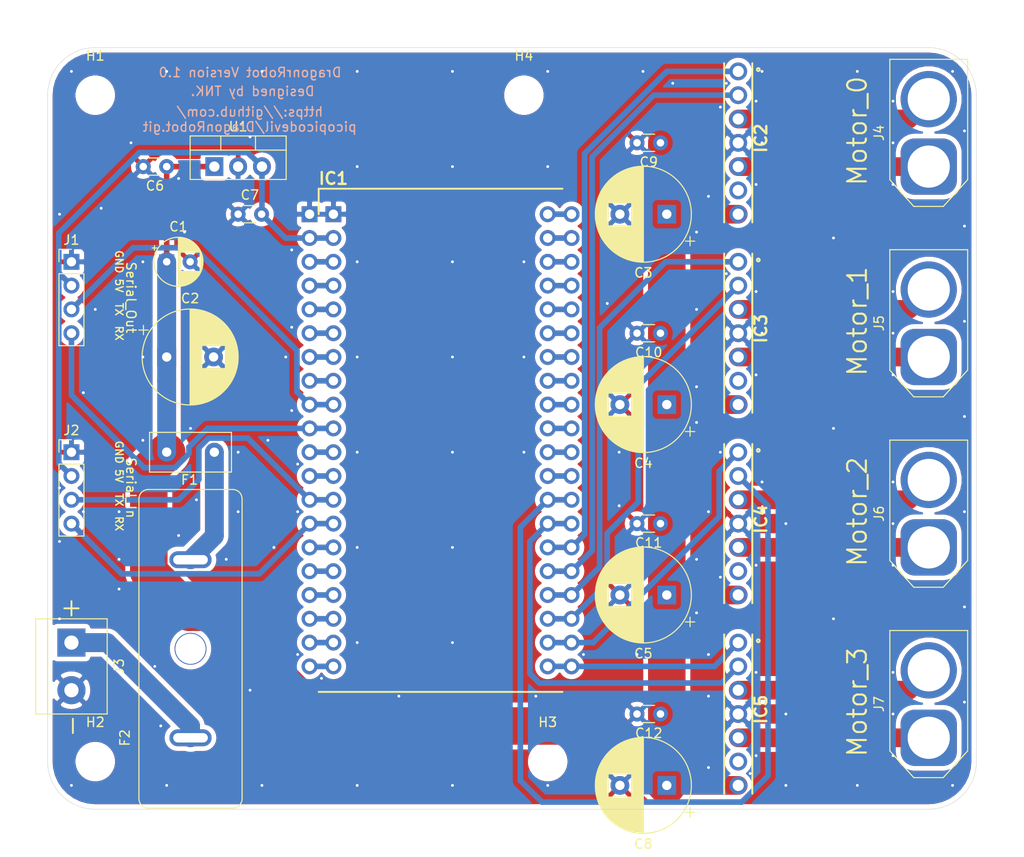
<source format=kicad_pcb>
(kicad_pcb (version 20171130) (host pcbnew "(5.1.6)-1")
  (layers (0 F.Cu signal) (31 B.Cu signal) (34 B.Paste user) (35 F.Paste user) (36 B.SilkS user) (37 F.SilkS user) (38 B.Mask user) (39 F.Mask user) (44 Edge.Cuts user))
  (net 0 "")
  (net 1 GND)
  (net 2 "Net-(F1-Pad1)")
  (net 3 "Net-(F2-Pad1)")
  (net 4 +BATT)
  (net 5 +5V)
  (net 6 "Net-(IC1-Pad40)")
  (net 7 "Net-(IC1-Pad39)")
  (net 8 "Net-(IC1-Pad38)")
  (net 9 "Net-(IC1-Pad37)")
  (net 10 "Net-(IC1-Pad36)")
  (net 11 "Net-(IC1-Pad35)")
  (net 12 "Net-(IC1-Pad34)")
  (net 13 "Net-(IC1-Pad33)")
  (net 14 "Net-(IC1-Pad32)")
  (net 15 "Net-(IC1-Pad31)")
  (net 16 "Net-(IC1-Pad30)")
  (net 17 "Net-(IC1-Pad29)")
  (net 18 /TX_2)
  (net 19 /RX_2)
  (net 20 "Net-(IC1-Pad26)")
  (net 21 "Net-(IC1-Pad25)")
  (net 22 "Net-(IC1-Pad24)")
  (net 23 "Net-(IC1-Pad23)")
  (net 24 "Net-(IC1-Pad22)")
  (net 25 "Net-(IC1-Pad21)")
  (net 26 "Net-(IC1-Pad20)")
  (net 27 "Net-(IC1-Pad19)")
  (net 28 "Net-(IC1-Pad18)")
  (net 29 "Net-(IC1-Pad17)")
  (net 30 "Net-(IC1-Pad16)")
  (net 31 "Net-(IC1-Pad15)")
  (net 32 "Net-(IC1-Pad12)")
  (net 33 "Net-(IC1-Pad11)")
  (net 34 /RX_1)
  (net 35 /TX_1)
  (net 36 "Net-(IC1-Pad8)")
  (net 37 "Net-(IC1-Pad7)")
  (net 38 "Net-(IC1-Pad6)")
  (net 39 "Net-(IC1-Pad5)")
  (net 40 "Net-(IC1-Pad4)")
  (net 41 "Net-(IC1-Pad3)")
  (net 42 "Net-(IC2-Pad6)")
  (net 43 "Net-(IC2-Pad5)")
  (net 44 "Net-(IC2-Pad3)")
  (net 45 "Net-(IC3-Pad6)")
  (net 46 "Net-(IC3-Pad5)")
  (net 47 "Net-(IC3-Pad3)")
  (net 48 "Net-(IC4-Pad6)")
  (net 49 "Net-(IC4-Pad5)")
  (net 50 "Net-(IC4-Pad3)")
  (net 51 "Net-(IC5-Pad6)")
  (net 52 "Net-(IC5-Pad5)")
  (net 53 "Net-(IC5-Pad3)")
  (net 54 "Net-(IC1-Pad28)")
  (net 55 "Net-(IC1-Pad27)")
  (module Capacitor_THT:CP_Radial_D10.0mm_P5.00mm (layer F.Cu) (at 185.42 137.16 180)
    (fp_text reference C8 (at 2.5 -6.25) (layer F.SilkS))
    (fp_text value 1000u)
    (pad 2 thru_hole circle (at 5 0 180) (size 2 2) (drill 1) (layers *.Cu *.Mask) (net 1 GND))
    (pad 1 thru_hole rect (at 0 0 180) (size 2 2) (drill 1) (layers *.Cu *.Mask) (net 4 +BATT))
  )
  (module Capacitor_THT:CP_Radial_D10.0mm_P5.00mm (layer F.Cu) (at 185.42 116.84 180)
    (fp_text reference C5 (at 2.5 -6.25) (layer F.SilkS))
    (fp_text value 1000u)
    (pad 2 thru_hole circle (at 5 0 180) (size 2 2) (drill 1) (layers *.Cu *.Mask) (net 1 GND))
    (pad 1 thru_hole rect (at 0 0 180) (size 2 2) (drill 1) (layers *.Cu *.Mask) (net 4 +BATT))
  )
  (module Capacitor_THT:CP_Radial_D10.0mm_P5.00mm (layer F.Cu) (at 185.42 96.52 180)
    (fp_text reference C4 (at 2.5 -6.25) (layer F.SilkS))
    (fp_text value 1000u)
    (pad 2 thru_hole circle (at 5 0 180) (size 2 2) (drill 1) (layers *.Cu *.Mask) (net 1 GND))
    (pad 1 thru_hole rect (at 0 0 180) (size 2 2) (drill 1) (layers *.Cu *.Mask) (net 4 +BATT))
  )
  (module Capacitor_THT:CP_Radial_D10.0mm_P5.00mm (layer F.Cu) (at 185.42 76.2 180)
    (fp_text reference C3 (at 2.5 -6.25) (layer F.SilkS))
    (fp_text value 1000u)
    (pad 2 thru_hole circle (at 5 0 180) (size 2 2) (drill 1) (layers *.Cu *.Mask) (net 1 GND))
    (pad 1 thru_hole rect (at 0 0 180) (size 2 2) (drill 1) (layers *.Cu *.Mask) (net 4 +BATT))
  )
  (module Capacitor_THT:CP_Radial_D5.0mm_P2.50mm (layer F.Cu) (at 132.08 81.28)
    (fp_text reference C1 (at 1.25 -3.75) (layer F.SilkS))
    (fp_text value 47u)
    (pad 2 thru_hole circle (at 2.5 0) (size 1.6 1.6) (drill 0.8) (layers *.Cu *.Mask) (net 1 GND))
    (pad 1 thru_hole rect (at 0 0) (size 1.6 1.6) (drill 0.8) (layers *.Cu *.Mask) (net 4 +BATT))
  )
  (module Capacitor_THT:C_Disc_D3.0mm_W1.6mm_P2.50mm (layer F.Cu) (at 184.745 129.54 180)
    (fp_text reference C12 (at 1.25 -2.05) (layer F.SilkS))
    (fp_text value 10u)
    (pad 2 thru_hole circle (at 2.5 0 180) (size 1.6 1.6) (drill 0.8) (layers *.Cu *.Mask) (net 1 GND))
    (pad 1 thru_hole circle (at 0 0 180) (size 1.6 1.6) (drill 0.8) (layers *.Cu *.Mask) (net 4 +BATT))
  )
  (module Capacitor_THT:C_Disc_D3.0mm_W1.6mm_P2.50mm (layer F.Cu) (at 184.745 109.22 180)
    (fp_text reference C11 (at 1.25 -2.05) (layer F.SilkS))
    (fp_text value 10u)
    (pad 2 thru_hole circle (at 2.5 0 180) (size 1.6 1.6) (drill 0.8) (layers *.Cu *.Mask) (net 1 GND))
    (pad 1 thru_hole circle (at 0 0 180) (size 1.6 1.6) (drill 0.8) (layers *.Cu *.Mask) (net 4 +BATT))
  )
  (module Capacitor_THT:C_Disc_D3.0mm_W1.6mm_P2.50mm (layer F.Cu) (at 184.745 88.9 180)
    (fp_text reference C10 (at 1.25 -2.05) (layer F.SilkS))
    (fp_text value 10u)
    (pad 2 thru_hole circle (at 2.5 0 180) (size 1.6 1.6) (drill 0.8) (layers *.Cu *.Mask) (net 1 GND))
    (pad 1 thru_hole circle (at 0 0 180) (size 1.6 1.6) (drill 0.8) (layers *.Cu *.Mask) (net 4 +BATT))
  )
  (module Capacitor_THT:C_Disc_D3.0mm_W1.6mm_P2.50mm (layer F.Cu) (at 184.745 68.58 180)
    (fp_text reference C9 (at 1.25 -2.05) (layer F.SilkS))
    (fp_text value 10u)
    (pad 2 thru_hole circle (at 2.5 0 180) (size 1.6 1.6) (drill 0.8) (layers *.Cu *.Mask) (net 1 GND))
    (pad 1 thru_hole circle (at 0 0 180) (size 1.6 1.6) (drill 0.8) (layers *.Cu *.Mask) (net 4 +BATT))
  )
  (module Capacitor_THT:CP_Radial_D10.0mm_P5.00mm (layer F.Cu) (at 132.08 91.44)
    (fp_text reference C2 (at 2.5 -6.25) (layer F.SilkS))
    (fp_text value 1000u)
    (pad 2 thru_hole circle (at 5 0) (size 2 2) (drill 1) (layers *.Cu *.Mask) (net 1 GND))
    (pad 1 thru_hole rect (at 0 0) (size 2 2) (drill 1) (layers *.Cu *.Mask) (net 4 +BATT))
  )
  (module Connector_AMASS:AMASS_XT60-M_1x02_P7.20mm_Vertical (layer F.Cu) (at 213.36 132.08 90)
    (fp_text reference J7 (at 3.6 -5.3 270) (layer F.SilkS))
    (fp_text value Screw_Terminal_01x02)
    (pad 1 thru_hole roundrect (at 0 0 90) (size 6 6) (drill 4.5) (layers *.Cu *.Mask) (net 52 "Net-(IC5-Pad5)"))
    (pad 2 thru_hole circle (at 7.2 0 90) (size 6 6) (drill 4.5) (layers *.Cu *.Mask) (net 53 "Net-(IC5-Pad3)"))
  )
  (module Connector_AMASS:AMASS_XT60-M_1x02_P7.20mm_Vertical (layer F.Cu) (at 213.36 111.76 90)
    (fp_text reference J6 (at 3.6 -5.3 270) (layer F.SilkS))
    (fp_text value Screw_Terminal_01x02)
    (pad 1 thru_hole roundrect (at 0 0 90) (size 6 6) (drill 4.5) (layers *.Cu *.Mask) (net 49 "Net-(IC4-Pad5)"))
    (pad 2 thru_hole circle (at 7.2 0 90) (size 6 6) (drill 4.5) (layers *.Cu *.Mask) (net 50 "Net-(IC4-Pad3)"))
  )
  (module Connector_AMASS:AMASS_XT60-M_1x02_P7.20mm_Vertical (layer F.Cu) (at 213.36 91.44 90)
    (fp_text reference J5 (at 3.6 -5.3 270) (layer F.SilkS))
    (fp_text value Screw_Terminal_01x02)
    (pad 1 thru_hole roundrect (at 0 0 90) (size 6 6) (drill 4.5) (layers *.Cu *.Mask) (net 46 "Net-(IC3-Pad5)"))
    (pad 2 thru_hole circle (at 7.2 0 90) (size 6 6) (drill 4.5) (layers *.Cu *.Mask) (net 47 "Net-(IC3-Pad3)"))
  )
  (module Connector_AMASS:AMASS_XT60-M_1x02_P7.20mm_Vertical (layer F.Cu) (at 213.36 71.12 90)
    (fp_text reference J4 (at 3.6 -5.3 270) (layer F.SilkS))
    (fp_text value Screw_Terminal_01x02)
    (pad 1 thru_hole roundrect (at 0 0 90) (size 6 6) (drill 4.5) (layers *.Cu *.Mask) (net 43 "Net-(IC2-Pad5)"))
    (pad 2 thru_hole circle (at 7.2 0 90) (size 6 6) (drill 4.5) (layers *.Cu *.Mask) (net 44 "Net-(IC2-Pad3)"))
  )
  (module Package_TO_SOT_THT:TO-220-3_Vertical (layer F.Cu) (at 137.16 71.12)
    (fp_text reference U1 (at 2.54 -4.27) (layer F.SilkS))
    (fp_text value L7805)
    (pad 3 thru_hole oval (at 5.08 0) (size 1.905 2) (drill 1.1) (layers *.Cu *.Mask) (net 5 +5V))
    (pad 2 thru_hole oval (at 2.54 0) (size 1.905 2) (drill 1.1) (layers *.Cu *.Mask) (net 1 GND))
    (pad 1 thru_hole rect (at 0 0) (size 1.905 2) (drill 1.1) (layers *.Cu *.Mask) (net 4 +BATT))
  )
  (module Capacitor_THT:C_Disc_D3.0mm_W1.6mm_P2.50mm (layer F.Cu) (at 139.7 76.2)
    (fp_text reference C7 (at 1.25 -2.05) (layer F.SilkS))
    (fp_text value 0.1u)
    (pad 2 thru_hole circle (at 2.5 0) (size 1.6 1.6) (drill 0.8) (layers *.Cu *.Mask) (net 5 +5V))
    (pad 1 thru_hole circle (at 0 0) (size 1.6 1.6) (drill 0.8) (layers *.Cu *.Mask) (net 1 GND))
  )
  (module Capacitor_THT:C_Disc_D3.0mm_W1.6mm_P2.50mm (layer F.Cu) (at 132.08 71.12 180)
    (fp_text reference C6 (at 1.25 -2.05) (layer F.SilkS))
    (fp_text value 0.33u)
    (pad 2 thru_hole circle (at 2.5 0 180) (size 1.6 1.6) (drill 0.8) (layers *.Cu *.Mask) (net 1 GND))
    (pad 1 thru_hole circle (at 0 0 180) (size 1.6 1.6) (drill 0.8) (layers *.Cu *.Mask) (net 4 +BATT))
  )
  (module MountingHole:MountingHole_3.2mm_M3 (layer F.Cu) (at 170.18 63.5)
    (fp_text reference H4 (at 0 -4.2) (layer F.SilkS))
    (fp_text value MountingHole)
    (pad 1 np_thru_hole circle (at 0 0) (size 3.2 3.2) (drill 3.2) (layers *.Cu *.Mask))
  )
  (module MountingHole:MountingHole_3.2mm_M3 (layer F.Cu) (at 172.72 134.62)
    (fp_text reference H3 (at 0 -4.2) (layer F.SilkS))
    (fp_text value MountingHole)
    (pad 1 np_thru_hole circle (at 0 0) (size 3.2 3.2) (drill 3.2) (layers *.Cu *.Mask))
  )
  (module MountingHole:MountingHole_3.2mm_M3 (layer F.Cu) (at 124.46 134.62)
    (fp_text reference H2 (at 0 -4.2) (layer F.SilkS))
    (fp_text value MountingHole)
    (pad 1 np_thru_hole circle (at 0 0) (size 3.2 3.2) (drill 3.2) (layers *.Cu *.Mask))
  )
  (module MountingHole:MountingHole_3.2mm_M3 (layer F.Cu) (at 124.46 63.5)
    (fp_text reference H1 (at 0 -4.2) (layer F.SilkS))
    (fp_text value MountingHole)
    (pad 1 np_thru_hole circle (at 0 0) (size 3.2 3.2) (drill 3.2) (layers *.Cu *.Mask))
  )
  (module Connector_PinHeader_2.54mm:PinHeader_1x04_P2.54mm_Vertical (layer F.Cu) (at 121.92 101.6)
    (fp_text reference J2 (at 0 -2.33) (layer F.SilkS))
    (fp_text value RN4020)
    (pad 4 thru_hole oval (at 0 7.62) (size 1.7 1.7) (drill 1) (layers *.Cu *.Mask) (net 19 /RX_2))
    (pad 3 thru_hole oval (at 0 5.08) (size 1.7 1.7) (drill 1) (layers *.Cu *.Mask) (net 18 /TX_2))
    (pad 2 thru_hole oval (at 0 2.54) (size 1.7 1.7) (drill 1) (layers *.Cu *.Mask) (net 5 +5V))
    (pad 1 thru_hole rect (at 0 0) (size 1.7 1.7) (drill 1) (layers *.Cu *.Mask) (net 1 GND))
  )
  (module Connector_PinHeader_2.54mm:PinHeader_1x04_P2.54mm_Vertical (layer F.Cu) (at 121.92 81.28)
    (fp_text reference J1 (at 0 -2.33) (layer F.SilkS))
    (fp_text value RN4020)
    (pad 4 thru_hole oval (at 0 7.62) (size 1.7 1.7) (drill 1) (layers *.Cu *.Mask) (net 34 /RX_1))
    (pad 3 thru_hole oval (at 0 5.08) (size 1.7 1.7) (drill 1) (layers *.Cu *.Mask) (net 35 /TX_1))
    (pad 2 thru_hole oval (at 0 2.54) (size 1.7 1.7) (drill 1) (layers *.Cu *.Mask) (net 5 +5V))
    (pad 1 thru_hole rect (at 0 0) (size 1.7 1.7) (drill 1) (layers *.Cu *.Mask) (net 1 GND))
  )
  (module SamcSys_Parts:MF505 (layer F.Cu) (at 134.62 132.08 90)
    (fp_text reference F2 (at 0 -7 90) (layer F.SilkS))
    (fp_text value Fuse)
    (pad "" np_thru_hole circle (at 9.5 0 90) (size 3.4 3.4) (drill 3.2) (layers *.Cu *.Mask))
    (pad 2 thru_hole oval (at 19 0 90) (size 1.8 4.5) (drill oval 1 3.7) (layers *.Cu *.Mask) (net 2 "Net-(F1-Pad1)"))
    (pad 1 thru_hole oval (at 0 0 90) (size 1.8 4.5) (drill oval 1 3.7) (layers *.Cu *.Mask) (net 3 "Net-(F2-Pad1)"))
  )
  (module SamcSys_Parts:HSIP7-P-2.54A (layer F.Cu) (at 193.04 129.54 270)
    (fp_text reference IC5 (at -0.489 -2.416 90) (layer F.SilkS) (effects (font (size 1.27 1.27) (thickness 0.254))))
    (fp_text value TB6643KQ,8 hide)
    (pad 7 thru_hole circle (at 7.62 0 270) (size 1.9 1.9) (drill 1.19) (layers *.Cu *.Mask) (net 4 +BATT))
    (pad 6 thru_hole circle (at 5.08 0 270) (size 1.9 1.9) (drill 1.19) (layers *.Cu *.Mask) (net 51 "Net-(IC5-Pad6)"))
    (pad 5 thru_hole circle (at 2.54 0 270) (size 1.9 1.9) (drill 1.19) (layers *.Cu *.Mask) (net 52 "Net-(IC5-Pad5)"))
    (pad 4 thru_hole circle (at 0 0 270) (size 1.9 1.9) (drill 1.19) (layers *.Cu *.Mask) (net 1 GND))
    (pad 3 thru_hole circle (at -2.54 0 270) (size 1.9 1.9) (drill 1.19) (layers *.Cu *.Mask) (net 53 "Net-(IC5-Pad3)"))
    (pad 2 thru_hole circle (at -5.08 0 270) (size 1.9 1.9) (drill 1.19) (layers *.Cu *.Mask) (net 55 "Net-(IC1-Pad27)"))
    (pad 1 thru_hole circle (at -7.62 0 270) (size 1.9 1.9) (drill 1.19) (layers *.Cu *.Mask) (net 25 "Net-(IC1-Pad21)"))
  )
  (module SamcSys_Parts:HSIP7-P-2.54A (layer F.Cu) (at 193.04 109.22 270)
    (fp_text reference IC4 (at -0.489 -2.416 90) (layer F.SilkS) (effects (font (size 1.27 1.27) (thickness 0.254))))
    (fp_text value TB6643KQ,8 hide)
    (pad 7 thru_hole circle (at 7.62 0 270) (size 1.9 1.9) (drill 1.19) (layers *.Cu *.Mask) (net 4 +BATT))
    (pad 6 thru_hole circle (at 5.08 0 270) (size 1.9 1.9) (drill 1.19) (layers *.Cu *.Mask) (net 48 "Net-(IC4-Pad6)"))
    (pad 5 thru_hole circle (at 2.54 0 270) (size 1.9 1.9) (drill 1.19) (layers *.Cu *.Mask) (net 49 "Net-(IC4-Pad5)"))
    (pad 4 thru_hole circle (at 0 0 270) (size 1.9 1.9) (drill 1.19) (layers *.Cu *.Mask) (net 1 GND))
    (pad 3 thru_hole circle (at -2.54 0 270) (size 1.9 1.9) (drill 1.19) (layers *.Cu *.Mask) (net 50 "Net-(IC4-Pad3)"))
    (pad 2 thru_hole circle (at -5.08 0 270) (size 1.9 1.9) (drill 1.19) (layers *.Cu *.Mask) (net 54 "Net-(IC1-Pad28)"))
    (pad 1 thru_hole circle (at -7.62 0 270) (size 1.9 1.9) (drill 1.19) (layers *.Cu *.Mask) (net 24 "Net-(IC1-Pad22)"))
  )
  (module SamcSys_Parts:HSIP7-P-2.54A (layer F.Cu) (at 193.04 88.9 270)
    (fp_text reference IC3 (at -0.489 -2.416 90) (layer F.SilkS) (effects (font (size 1.27 1.27) (thickness 0.254))))
    (fp_text value TB6643KQ,8 hide)
    (pad 7 thru_hole circle (at 7.62 0 270) (size 1.9 1.9) (drill 1.19) (layers *.Cu *.Mask) (net 4 +BATT))
    (pad 6 thru_hole circle (at 5.08 0 270) (size 1.9 1.9) (drill 1.19) (layers *.Cu *.Mask) (net 45 "Net-(IC3-Pad6)"))
    (pad 5 thru_hole circle (at 2.54 0 270) (size 1.9 1.9) (drill 1.19) (layers *.Cu *.Mask) (net 46 "Net-(IC3-Pad5)"))
    (pad 4 thru_hole circle (at 0 0 270) (size 1.9 1.9) (drill 1.19) (layers *.Cu *.Mask) (net 1 GND))
    (pad 3 thru_hole circle (at -2.54 0 270) (size 1.9 1.9) (drill 1.19) (layers *.Cu *.Mask) (net 47 "Net-(IC3-Pad3)"))
    (pad 2 thru_hole circle (at -5.08 0 270) (size 1.9 1.9) (drill 1.19) (layers *.Cu *.Mask) (net 23 "Net-(IC1-Pad23)"))
    (pad 1 thru_hole circle (at -7.62 0 270) (size 1.9 1.9) (drill 1.19) (layers *.Cu *.Mask) (net 22 "Net-(IC1-Pad24)"))
  )
  (module SamcSys_Parts:HSIP7-P-2.54A (layer F.Cu) (at 193.04 68.58 270)
    (fp_text reference IC2 (at -0.489 -2.416 90) (layer F.SilkS) (effects (font (size 1.27 1.27) (thickness 0.254))))
    (fp_text value TB6643KQ,8 hide)
    (pad 7 thru_hole circle (at 7.62 0 270) (size 1.9 1.9) (drill 1.19) (layers *.Cu *.Mask) (net 4 +BATT))
    (pad 6 thru_hole circle (at 5.08 0 270) (size 1.9 1.9) (drill 1.19) (layers *.Cu *.Mask) (net 42 "Net-(IC2-Pad6)"))
    (pad 5 thru_hole circle (at 2.54 0 270) (size 1.9 1.9) (drill 1.19) (layers *.Cu *.Mask) (net 43 "Net-(IC2-Pad5)"))
    (pad 4 thru_hole circle (at 0 0 270) (size 1.9 1.9) (drill 1.19) (layers *.Cu *.Mask) (net 1 GND))
    (pad 3 thru_hole circle (at -2.54 0 270) (size 1.9 1.9) (drill 1.19) (layers *.Cu *.Mask) (net 44 "Net-(IC2-Pad3)"))
    (pad 2 thru_hole circle (at -5.08 0 270) (size 1.9 1.9) (drill 1.19) (layers *.Cu *.Mask) (net 21 "Net-(IC1-Pad25)"))
    (pad 1 thru_hole circle (at -7.62 0 270) (size 1.9 1.9) (drill 1.19) (layers *.Cu *.Mask) (net 20 "Net-(IC1-Pad26)"))
  )
  (module SamcSys_Parts:DIPS2286W63P254L5370H300Q40N (layer F.Cu) (at 149.86 76.2)
    (fp_text reference IC1 (at 0 -3.81) (layer F.SilkS) (effects (font (size 1.27 1.27) (thickness 0.254))))
    (fp_text value MBED-LPC1768 hide)
    (pad 21 thru_hole circle (at 25.4 48.26) (size 1.7 1.7) (drill 1) (layers *.Cu *.Mask) (net 25 "Net-(IC1-Pad21)"))
    (pad 26 thru_hole circle (at 25.4 35.56) (size 1.7 1.7) (drill 1) (layers *.Cu *.Mask) (net 20 "Net-(IC1-Pad26)"))
    (pad 34 thru_hole circle (at 25.4 15.24) (size 1.7 1.7) (drill 1) (layers *.Cu *.Mask) (net 12 "Net-(IC1-Pad34)"))
    (pad 35 thru_hole circle (at 25.4 12.7) (size 1.7 1.7) (drill 1) (layers *.Cu *.Mask) (net 11 "Net-(IC1-Pad35)"))
    (pad 39 thru_hole circle (at 25.4 2.54) (size 1.7 1.7) (drill 1) (layers *.Cu *.Mask) (net 7 "Net-(IC1-Pad39)"))
    (pad 31 thru_hole circle (at 25.4 22.86) (size 1.7 1.7) (drill 1) (layers *.Cu *.Mask) (net 15 "Net-(IC1-Pad31)"))
    (pad 38 thru_hole circle (at 25.4 5.08) (size 1.7 1.7) (drill 1) (layers *.Cu *.Mask) (net 8 "Net-(IC1-Pad38)"))
    (pad 28 thru_hole circle (at 25.4 30.48) (size 1.7 1.7) (drill 1) (layers *.Cu *.Mask) (net 54 "Net-(IC1-Pad28)"))
    (pad 40 thru_hole circle (at 25.4 0) (size 1.7 1.7) (drill 1) (layers *.Cu *.Mask) (net 6 "Net-(IC1-Pad40)"))
    (pad 36 thru_hole circle (at 25.4 10.16) (size 1.7 1.7) (drill 1) (layers *.Cu *.Mask) (net 10 "Net-(IC1-Pad36)"))
    (pad 24 thru_hole circle (at 25.4 40.64) (size 1.7 1.7) (drill 1) (layers *.Cu *.Mask) (net 22 "Net-(IC1-Pad24)"))
    (pad 22 thru_hole circle (at 25.4 45.72) (size 1.7 1.7) (drill 1) (layers *.Cu *.Mask) (net 24 "Net-(IC1-Pad22)"))
    (pad 23 thru_hole circle (at 25.4 43.18) (size 1.7 1.7) (drill 1) (layers *.Cu *.Mask) (net 23 "Net-(IC1-Pad23)"))
    (pad 25 thru_hole circle (at 25.4 38.1) (size 1.7 1.7) (drill 1) (layers *.Cu *.Mask) (net 21 "Net-(IC1-Pad25)"))
    (pad 27 thru_hole circle (at 25.4 33.02) (size 1.7 1.7) (drill 1) (layers *.Cu *.Mask) (net 55 "Net-(IC1-Pad27)"))
    (pad 29 thru_hole circle (at 25.4 27.94) (size 1.7 1.7) (drill 1) (layers *.Cu *.Mask) (net 17 "Net-(IC1-Pad29)"))
    (pad 32 thru_hole circle (at 25.4 20.32) (size 1.7 1.7) (drill 1) (layers *.Cu *.Mask) (net 14 "Net-(IC1-Pad32)"))
    (pad 33 thru_hole circle (at 25.4 17.78) (size 1.7 1.7) (drill 1) (layers *.Cu *.Mask) (net 13 "Net-(IC1-Pad33)"))
    (pad 37 thru_hole circle (at 25.4 7.62) (size 1.7 1.7) (drill 1) (layers *.Cu *.Mask) (net 9 "Net-(IC1-Pad37)"))
    (pad 30 thru_hole circle (at 25.4 25.4) (size 1.7 1.7) (drill 1) (layers *.Cu *.Mask) (net 16 "Net-(IC1-Pad30)"))
    (pad 11 thru_hole circle (at -2.54 25.4) (size 1.7 1.7) (drill 1) (layers *.Cu *.Mask) (net 33 "Net-(IC1-Pad11)"))
    (pad 12 thru_hole circle (at -2.54 27.94) (size 1.7 1.7) (drill 1) (layers *.Cu *.Mask) (net 32 "Net-(IC1-Pad12)"))
    (pad 13 thru_hole circle (at -2.54 30.48) (size 1.7 1.7) (drill 1) (layers *.Cu *.Mask) (net 18 /TX_2))
    (pad 1 thru_hole rect (at -2.54 0) (size 1.7 1.7) (drill 1) (layers *.Cu *.Mask) (net 1 GND))
    (pad 15 thru_hole circle (at -2.54 35.56) (size 1.7 1.7) (drill 1) (layers *.Cu *.Mask) (net 31 "Net-(IC1-Pad15)"))
    (pad 19 thru_hole circle (at -2.54 45.72) (size 1.7 1.7) (drill 1) (layers *.Cu *.Mask) (net 27 "Net-(IC1-Pad19)"))
    (pad 14 thru_hole circle (at -2.54 33.02) (size 1.7 1.7) (drill 1) (layers *.Cu *.Mask) (net 19 /RX_2))
    (pad 2 thru_hole circle (at -2.54 2.54) (size 1.7 1.7) (drill 1) (layers *.Cu *.Mask) (net 5 +5V))
    (pad 4 thru_hole circle (at -2.54 7.62) (size 1.7 1.7) (drill 1) (layers *.Cu *.Mask) (net 40 "Net-(IC1-Pad4)"))
    (pad 5 thru_hole circle (at -2.54 10.16) (size 1.7 1.7) (drill 1) (layers *.Cu *.Mask) (net 39 "Net-(IC1-Pad5)"))
    (pad 6 thru_hole circle (at -2.54 12.7) (size 1.7 1.7) (drill 1) (layers *.Cu *.Mask) (net 38 "Net-(IC1-Pad6)"))
    (pad 9 thru_hole circle (at -2.54 20.32) (size 1.7 1.7) (drill 1) (layers *.Cu *.Mask) (net 35 /TX_1))
    (pad 16 thru_hole circle (at -2.54 38.1) (size 1.7 1.7) (drill 1) (layers *.Cu *.Mask) (net 30 "Net-(IC1-Pad16)"))
    (pad 17 thru_hole circle (at -2.54 40.64) (size 1.7 1.7) (drill 1) (layers *.Cu *.Mask) (net 29 "Net-(IC1-Pad17)"))
    (pad 20 thru_hole circle (at -2.54 48.26) (size 1.7 1.7) (drill 1) (layers *.Cu *.Mask) (net 26 "Net-(IC1-Pad20)"))
    (pad 3 thru_hole circle (at -2.54 5.08) (size 1.7 1.7) (drill 1) (layers *.Cu *.Mask) (net 41 "Net-(IC1-Pad3)"))
    (pad 7 thru_hole circle (at -2.54 15.24) (size 1.7 1.7) (drill 1) (layers *.Cu *.Mask) (net 37 "Net-(IC1-Pad7)"))
    (pad 10 thru_hole circle (at -2.54 22.86) (size 1.7 1.7) (drill 1) (layers *.Cu *.Mask) (net 34 /RX_1))
    (pad 18 thru_hole circle (at -2.54 43.18) (size 1.7 1.7) (drill 1) (layers *.Cu *.Mask) (net 28 "Net-(IC1-Pad18)"))
    (pad 8 thru_hole circle (at -2.54 17.78) (size 1.7 1.7) (drill 1) (layers *.Cu *.Mask) (net 36 "Net-(IC1-Pad8)"))
    (pad 40 thru_hole circle (at 22.86 0) (size 1.7 1.7) (drill 1) (layers *.Cu *.Mask) (net 6 "Net-(IC1-Pad40)"))
    (pad 39 thru_hole circle (at 22.86 2.54) (size 1.7 1.7) (drill 1) (layers *.Cu *.Mask) (net 7 "Net-(IC1-Pad39)"))
    (pad 38 thru_hole circle (at 22.86 5.08) (size 1.7 1.7) (drill 1) (layers *.Cu *.Mask) (net 8 "Net-(IC1-Pad38)"))
    (pad 37 thru_hole circle (at 22.86 7.62) (size 1.7 1.7) (drill 1) (layers *.Cu *.Mask) (net 9 "Net-(IC1-Pad37)"))
    (pad 36 thru_hole circle (at 22.86 10.16) (size 1.7 1.7) (drill 1) (layers *.Cu *.Mask) (net 10 "Net-(IC1-Pad36)"))
    (pad 35 thru_hole circle (at 22.86 12.7) (size 1.7 1.7) (drill 1) (layers *.Cu *.Mask) (net 11 "Net-(IC1-Pad35)"))
    (pad 34 thru_hole circle (at 22.86 15.24) (size 1.7 1.7) (drill 1) (layers *.Cu *.Mask) (net 12 "Net-(IC1-Pad34)"))
    (pad 33 thru_hole circle (at 22.86 17.78) (size 1.7 1.7) (drill 1) (layers *.Cu *.Mask) (net 13 "Net-(IC1-Pad33)"))
    (pad 32 thru_hole circle (at 22.86 20.32) (size 1.7 1.7) (drill 1) (layers *.Cu *.Mask) (net 14 "Net-(IC1-Pad32)"))
    (pad 31 thru_hole circle (at 22.86 22.86) (size 1.7 1.7) (drill 1) (layers *.Cu *.Mask) (net 15 "Net-(IC1-Pad31)"))
    (pad 30 thru_hole circle (at 22.86 25.4) (size 1.7 1.7) (drill 1) (layers *.Cu *.Mask) (net 16 "Net-(IC1-Pad30)"))
    (pad 29 thru_hole circle (at 22.86 27.94) (size 1.7 1.7) (drill 1) (layers *.Cu *.Mask) (net 17 "Net-(IC1-Pad29)"))
    (pad 28 thru_hole circle (at 22.86 30.48) (size 1.7 1.7) (drill 1) (layers *.Cu *.Mask) (net 54 "Net-(IC1-Pad28)"))
    (pad 27 thru_hole circle (at 22.86 33.02) (size 1.7 1.7) (drill 1) (layers *.Cu *.Mask) (net 55 "Net-(IC1-Pad27)"))
    (pad 26 thru_hole circle (at 22.86 35.56) (size 1.7 1.7) (drill 1) (layers *.Cu *.Mask) (net 20 "Net-(IC1-Pad26)"))
    (pad 25 thru_hole circle (at 22.86 38.1) (size 1.7 1.7) (drill 1) (layers *.Cu *.Mask) (net 21 "Net-(IC1-Pad25)"))
    (pad 24 thru_hole circle (at 22.86 40.64) (size 1.7 1.7) (drill 1) (layers *.Cu *.Mask) (net 22 "Net-(IC1-Pad24)"))
    (pad 23 thru_hole circle (at 22.86 43.18) (size 1.7 1.7) (drill 1) (layers *.Cu *.Mask) (net 23 "Net-(IC1-Pad23)"))
    (pad 22 thru_hole circle (at 22.86 45.72) (size 1.7 1.7) (drill 1) (layers *.Cu *.Mask) (net 24 "Net-(IC1-Pad22)"))
    (pad 21 thru_hole circle (at 22.86 48.26) (size 1.7 1.7) (drill 1) (layers *.Cu *.Mask) (net 25 "Net-(IC1-Pad21)"))
    (pad 20 thru_hole circle (at 0 48.26) (size 1.7 1.7) (drill 1) (layers *.Cu *.Mask) (net 26 "Net-(IC1-Pad20)"))
    (pad 19 thru_hole circle (at 0 45.72) (size 1.7 1.7) (drill 1) (layers *.Cu *.Mask) (net 27 "Net-(IC1-Pad19)"))
    (pad 18 thru_hole circle (at 0 43.18) (size 1.7 1.7) (drill 1) (layers *.Cu *.Mask) (net 28 "Net-(IC1-Pad18)"))
    (pad 17 thru_hole circle (at 0 40.64) (size 1.7 1.7) (drill 1) (layers *.Cu *.Mask) (net 29 "Net-(IC1-Pad17)"))
    (pad 16 thru_hole circle (at 0 38.1) (size 1.7 1.7) (drill 1) (layers *.Cu *.Mask) (net 30 "Net-(IC1-Pad16)"))
    (pad 15 thru_hole circle (at 0 35.56) (size 1.7 1.7) (drill 1) (layers *.Cu *.Mask) (net 31 "Net-(IC1-Pad15)"))
    (pad 14 thru_hole circle (at 0 33.02) (size 1.7 1.7) (drill 1) (layers *.Cu *.Mask) (net 19 /RX_2))
    (pad 13 thru_hole circle (at 0 30.48) (size 1.7 1.7) (drill 1) (layers *.Cu *.Mask) (net 18 /TX_2))
    (pad 12 thru_hole circle (at 0 27.94) (size 1.7 1.7) (drill 1) (layers *.Cu *.Mask) (net 32 "Net-(IC1-Pad12)"))
    (pad 11 thru_hole circle (at 0 25.4) (size 1.7 1.7) (drill 1) (layers *.Cu *.Mask) (net 33 "Net-(IC1-Pad11)"))
    (pad 10 thru_hole circle (at 0 22.86) (size 1.7 1.7) (drill 1) (layers *.Cu *.Mask) (net 34 /RX_1))
    (pad 9 thru_hole circle (at 0 20.32) (size 1.7 1.7) (drill 1) (layers *.Cu *.Mask) (net 35 /TX_1))
    (pad 8 thru_hole circle (at 0 17.78) (size 1.7 1.7) (drill 1) (layers *.Cu *.Mask) (net 36 "Net-(IC1-Pad8)"))
    (pad 7 thru_hole circle (at 0 15.24) (size 1.7 1.7) (drill 1) (layers *.Cu *.Mask) (net 37 "Net-(IC1-Pad7)"))
    (pad 6 thru_hole circle (at 0 12.7) (size 1.7 1.7) (drill 1) (layers *.Cu *.Mask) (net 38 "Net-(IC1-Pad6)"))
    (pad 5 thru_hole circle (at 0 10.16) (size 1.7 1.7) (drill 1) (layers *.Cu *.Mask) (net 39 "Net-(IC1-Pad5)"))
    (pad 4 thru_hole circle (at 0 7.62) (size 1.7 1.7) (drill 1) (layers *.Cu *.Mask) (net 40 "Net-(IC1-Pad4)"))
    (pad 3 thru_hole circle (at 0 5.08) (size 1.7 1.7) (drill 1) (layers *.Cu *.Mask) (net 41 "Net-(IC1-Pad3)"))
    (pad 2 thru_hole circle (at 0 2.54) (size 1.7 1.7) (drill 1) (layers *.Cu *.Mask) (net 5 +5V))
    (pad 1 thru_hole rect (at 0 0) (size 1.7 1.7) (drill 1) (layers *.Cu *.Mask) (net 1 GND))
  )
  (module TerminalBlock:TerminalBlock_bornier-2_P5.08mm (layer F.Cu) (at 121.92 121.92 270)
    (fp_text reference J3 (at 2.54 -5.08 90) (layer F.SilkS))
    (fp_text value Screw_Terminal_01x02)
    (pad 2 thru_hole circle (at 5.08 0 270) (size 3 3) (drill 1.52) (layers *.Cu *.Mask) (net 1 GND))
    (pad 1 thru_hole rect (at 0 0 270) (size 3 3) (drill 1.52) (layers *.Cu *.Mask) (net 3 "Net-(F2-Pad1)"))
  )
  (module Fuse:Fuse_Littelfuse_395Series (layer F.Cu) (at 137.16 101.6 180)
    (fp_text reference F1 (at 2.65 -2.95) (layer F.SilkS))
    (fp_text value Polyfuse)
    (pad 2 thru_hole circle (at 5.08 0.01 180) (size 2 2) (drill 1) (layers *.Cu *.Mask) (net 4 +BATT))
    (pad 1 thru_hole circle (at 0 0 180) (size 2 2) (drill 1) (layers *.Cu *.Mask) (net 2 "Net-(F1-Pad1)"))
  )
  (gr_text "https://github.com/\npicopicodevil/DragonRobot.git" (at 140.94 66.075) (layer B.SilkS) (effects (font (size 1 1)) (justify mirror)))
  (gr_text "Designed by TNK." (at 141.24 63.075) (layer B.SilkS) (effects (font (size 1 1)) (justify mirror)))
  (gr_text "DragonrRobot Version 1.0" (at 140.97 61.075) (layer B.SilkS) (effects (font (size 1 1)) (justify mirror)))
  (gr_text - (at 121.92 130.81 90) (layer F.SilkS) (effects (font (size 2 2) (thickness 0.2))))
  (gr_text + (at 121.92 118.11) (layer F.SilkS) (effects (font (size 2 2) (thickness 0.2))))
  (gr_text RX (at 127 109.22 270) (layer F.SilkS) (effects (font (size 0.8 0.8))))
  (gr_text TX (at 127 106.68 270) (layer F.SilkS) (effects (font (size 0.8 0.8))))
  (gr_text 5V (at 127 104.14 270) (layer F.SilkS) (effects (font (size 0.8 0.8))))
  (gr_text GND (at 127 101.6 270) (layer F.SilkS) (effects (font (size 0.8 0.8))))
  (gr_text RX (at 127 88.9 270) (layer F.SilkS) (effects (font (size 0.8 0.8))))
  (gr_text TX (at 127 86.36 270) (layer F.SilkS) (effects (font (size 0.8 0.8))))
  (gr_text 5V (at 127 83.82 270) (layer F.SilkS) (effects (font (size 0.8 0.8))))
  (gr_text GND (at 127 81.28 270) (layer F.SilkS) (effects (font (size 0.8 0.8))))
  (gr_text Serial_Out (at 128.27 85.09 270) (layer F.SilkS) (effects (font (size 1 1))))
  (gr_text Serial_In (at 128.27 105.41 270) (layer F.SilkS) (effects (font (size 1 1))))
  (gr_arc (start 213.36 63.5) (end 218.44 63.5) (angle -90) (layer Edge.Cuts) (width 0.05))
  (gr_arc (start 213.36 134.62) (end 213.36 139.7) (angle -90) (layer Edge.Cuts) (width 0.05))
  (gr_arc (start 124.46 134.62) (end 119.38 134.62) (angle -90) (layer Edge.Cuts) (width 0.05))
  (gr_arc (start 124.46 63.5) (end 124.46 58.42) (angle -90) (layer Edge.Cuts) (width 0.05))
  (gr_text Motor_3 (at 205.74 128.27 90) (layer F.SilkS) (effects (font (size 2 2) (thickness 0.225))))
  (gr_text Motor_2 (at 205.74 107.95 90) (layer F.SilkS) (effects (font (size 2 2) (thickness 0.225))))
  (gr_text Motor_1 (at 205.74 87.63 90) (layer F.SilkS) (effects (font (size 2 2) (thickness 0.225))))
  (gr_text Motor_0 (at 205.74 67.31 90) (layer F.SilkS) (effects (font (size 2 2) (thickness 0.225))))
  (gr_line (start 218.44 134.62) (end 218.44 63.5) (layer Edge.Cuts) (width 0.05))
  (gr_line (start 124.46 139.7) (end 213.36 139.7) (layer Edge.Cuts) (width 0.05))
  (gr_line (start 119.38 63.5) (end 119.38 134.62) (layer Edge.Cuts) (width 0.05))
  (gr_line (start 213.36 58.42) (end 124.46 58.42) (layer Edge.Cuts) (width 0.05))
  (via (at 195.58 68.58) (size 0.6) (drill 0.3) (layers F.Cu B.Cu) (net 1))
  (via (at 209.55 68.58) (size 0.6) (drill 0.3) (layers F.Cu B.Cu) (net 1))
  (via (at 209.55 88.9) (size 0.6) (drill 0.3) (layers F.Cu B.Cu) (net 1))
  (via (at 195.58 88.9) (size 0.6) (drill 0.3) (layers F.Cu B.Cu) (net 1))
  (via (at 198.12 109.22) (size 0.6) (drill 0.3) (layers F.Cu B.Cu) (net 1))
  (via (at 209.55 109.22) (size 0.6) (drill 0.3) (layers F.Cu B.Cu) (net 1))
  (via (at 209.55 129.54) (size 0.6) (drill 0.3) (layers F.Cu B.Cu) (net 1))
  (via (at 198.12 129.54) (size 0.6) (drill 0.3) (layers F.Cu B.Cu) (net 1))
  (via (at 121.92 60.96) (size 0.6) (drill 0.3) (layers F.Cu B.Cu) (net 1))
  (via (at 121.92 137.16) (size 0.6) (drill 0.3) (layers F.Cu B.Cu) (net 1))
  (via (at 215.9 60.96) (size 0.6) (drill 0.3) (layers F.Cu B.Cu) (net 1))
  (via (at 215.9 137.16) (size 0.6) (drill 0.3) (layers F.Cu B.Cu) (net 1))
  (via (at 132.08 137.16) (size 0.6) (drill 0.3) (layers F.Cu B.Cu) (net 1))
  (via (at 142.24 137.16) (size 0.6) (drill 0.3) (layers F.Cu B.Cu) (net 1))
  (via (at 152.4 137.16) (size 0.6) (drill 0.3) (layers F.Cu B.Cu) (net 1))
  (via (at 162.56 137.16) (size 0.6) (drill 0.3) (layers F.Cu B.Cu) (net 1))
  (via (at 172.72 137.16) (size 0.6) (drill 0.3) (layers F.Cu B.Cu) (net 1))
  (via (at 198.12 137.16) (size 0.6) (drill 0.3) (layers F.Cu B.Cu) (net 1))
  (via (at 205.74 137.16) (size 0.6) (drill 0.3) (layers F.Cu B.Cu) (net 1))
  (via (at 132.08 60.96) (size 0.6) (drill 0.3) (layers F.Cu B.Cu) (net 1))
  (via (at 142.24 60.96) (size 0.6) (drill 0.3) (layers F.Cu B.Cu) (net 1))
  (via (at 152.4 60.96) (size 0.6) (drill 0.3) (layers F.Cu B.Cu) (net 1))
  (via (at 162.56 60.96) (size 0.6) (drill 0.3) (layers F.Cu B.Cu) (net 1))
  (via (at 172.72 60.96) (size 0.6) (drill 0.3) (layers F.Cu B.Cu) (net 1))
  (via (at 182.88 60.96) (size 0.6) (drill 0.3) (layers F.Cu B.Cu) (net 1))
  (via (at 205.74 60.96) (size 0.6) (drill 0.3) (layers F.Cu B.Cu) (net 1))
  (via (at 195.58 60.96) (size 0.6) (drill 0.3) (layers F.Cu B.Cu) (net 1))
  (via (at 191.77 62.23) (size 0.6) (drill 0.3) (layers F.Cu B.Cu) (net 1))
  (via (at 186.055 62.23) (size 0.6) (drill 0.3) (layers F.Cu B.Cu) (net 1))
  (via (at 129.54 81.28) (size 0.6) (drill 0.3) (layers F.Cu B.Cu) (net 1))
  (via (at 124.46 86.36) (size 0.6) (drill 0.3) (layers F.Cu B.Cu) (net 1))
  (via (at 129.54 91.44) (size 0.6) (drill 0.3) (layers F.Cu B.Cu) (net 1))
  (via (at 129.54 100.33) (size 0.6) (drill 0.3) (layers F.Cu B.Cu) (net 1))
  (via (at 123.19 95.25) (size 0.6) (drill 0.3) (layers F.Cu B.Cu) (net 1))
  (via (at 139.7 101.6) (size 0.6) (drill 0.3) (layers F.Cu B.Cu) (net 1))
  (via (at 146.05 107.95) (size 0.6) (drill 0.3) (layers F.Cu B.Cu) (net 1))
  (via (at 139.7 107.95) (size 0.6) (drill 0.3) (layers F.Cu B.Cu) (net 1))
  (via (at 138.43 113.03) (size 0.6) (drill 0.3) (layers F.Cu B.Cu) (net 1))
  (via (at 143.51 111.76) (size 0.6) (drill 0.3) (layers F.Cu B.Cu) (net 1))
  (via (at 135.255 106.68) (size 0.6) (drill 0.3) (layers F.Cu B.Cu) (net 1))
  (via (at 133.35 110.49) (size 0.6) (drill 0.3) (layers F.Cu B.Cu) (net 1))
  (via (at 123.19 107.95) (size 0.6) (drill 0.3) (layers F.Cu B.Cu) (net 1))
  (via (at 127 113.03) (size 0.6) (drill 0.3) (layers F.Cu B.Cu) (net 1))
  (via (at 127 107.95) (size 0.6) (drill 0.3) (layers F.Cu B.Cu) (net 1))
  (via (at 120.65 105.41) (size 0.6) (drill 0.3) (layers F.Cu B.Cu) (net 1))
  (via (at 120.65 119.38) (size 0.6) (drill 0.3) (layers F.Cu B.Cu) (net 1))
  (via (at 127 116.205) (size 0.6) (drill 0.3) (layers F.Cu B.Cu) (net 1))
  (via (at 120.65 111.125) (size 0.6) (drill 0.3) (layers F.Cu B.Cu) (net 1))
  (via (at 134.62 99.06) (size 0.6) (drill 0.3) (layers F.Cu B.Cu) (net 1))
  (via (at 145.415 97.155) (size 0.6) (drill 0.3) (layers F.Cu B.Cu) (net 1))
  (via (at 144.78 91.44) (size 0.6) (drill 0.3) (layers F.Cu B.Cu) (net 1))
  (via (at 176.53 123.19) (size 0.6) (drill 0.3) (layers F.Cu B.Cu) (net 1))
  (via (at 189.865 123.19) (size 0.6) (drill 0.3) (layers F.Cu B.Cu) (net 1))
  (via (at 194.31 135.89) (size 0.6) (drill 0.3) (layers F.Cu B.Cu) (net 1))
  (via (at 194.945 129.54) (size 0.6) (drill 0.3) (layers F.Cu B.Cu) (net 1))
  (via (at 194.945 125.095) (size 0.6) (drill 0.3) (layers F.Cu B.Cu) (net 1))
  (via (at 194.945 109.22) (size 0.6) (drill 0.3) (layers F.Cu B.Cu) (net 1))
  (via (at 194.945 113.665) (size 0.6) (drill 0.3) (layers F.Cu B.Cu) (net 1))
  (via (at 191.135 114.935) (size 0.6) (drill 0.3) (layers F.Cu B.Cu) (net 1))
  (via (at 188.595 113.03) (size 0.6) (drill 0.3) (layers F.Cu B.Cu) (net 1))
  (via (at 189.865 107.95) (size 0.6) (drill 0.3) (layers F.Cu B.Cu) (net 1))
  (via (at 191.135 101.6) (size 0.6) (drill 0.3) (layers F.Cu B.Cu) (net 1))
  (via (at 188.595 98.425) (size 0.6) (drill 0.3) (layers F.Cu B.Cu) (net 1))
  (via (at 209.55 104.775) (size 0.6) (drill 0.3) (layers F.Cu B.Cu) (net 1))
  (via (at 195.58 104.775) (size 0.6) (drill 0.3) (layers F.Cu B.Cu) (net 1))
  (via (at 209.55 113.665) (size 0.6) (drill 0.3) (layers F.Cu B.Cu) (net 1))
  (via (at 209.55 125.095) (size 0.6) (drill 0.3) (layers F.Cu B.Cu) (net 1))
  (via (at 209.55 133.985) (size 0.6) (drill 0.3) (layers F.Cu B.Cu) (net 1))
  (via (at 194.945 133.985) (size 0.6) (drill 0.3) (layers F.Cu B.Cu) (net 1))
  (via (at 209.55 93.345) (size 0.6) (drill 0.3) (layers F.Cu B.Cu) (net 1))
  (via (at 194.945 93.345) (size 0.6) (drill 0.3) (layers F.Cu B.Cu) (net 1))
  (via (at 194.945 84.455) (size 0.6) (drill 0.3) (layers F.Cu B.Cu) (net 1))
  (via (at 209.55 84.455) (size 0.6) (drill 0.3) (layers F.Cu B.Cu) (net 1))
  (via (at 217.17 67.31) (size 0.6) (drill 0.3) (layers F.Cu B.Cu) (net 1))
  (via (at 217.17 77.47) (size 0.6) (drill 0.3) (layers F.Cu B.Cu) (net 1))
  (via (at 217.17 87.63) (size 0.6) (drill 0.3) (layers F.Cu B.Cu) (net 1))
  (via (at 217.17 97.79) (size 0.6) (drill 0.3) (layers F.Cu B.Cu) (net 1))
  (via (at 217.17 107.95) (size 0.6) (drill 0.3) (layers F.Cu B.Cu) (net 1))
  (via (at 217.17 118.11) (size 0.6) (drill 0.3) (layers F.Cu B.Cu) (net 1))
  (via (at 217.17 128.27) (size 0.6) (drill 0.3) (layers F.Cu B.Cu) (net 1))
  (via (at 209.55 73.025) (size 0.6) (drill 0.3) (layers F.Cu B.Cu) (net 1))
  (via (at 194.945 73.025) (size 0.6) (drill 0.3) (layers F.Cu B.Cu) (net 1))
  (via (at 194.945 64.135) (size 0.6) (drill 0.3) (layers F.Cu B.Cu) (net 1))
  (via (at 209.55 64.135) (size 0.6) (drill 0.3) (layers F.Cu B.Cu) (net 1))
  (via (at 189.865 135.255) (size 0.6) (drill 0.3) (layers F.Cu B.Cu) (net 1))
  (via (at 189.865 127.635) (size 0.6) (drill 0.3) (layers F.Cu B.Cu) (net 1))
  (via (at 188.595 118.745) (size 0.6) (drill 0.3) (layers F.Cu B.Cu) (net 1))
  (via (at 188.595 94.615) (size 0.6) (drill 0.3) (layers F.Cu B.Cu) (net 1))
  (via (at 188.595 78.105) (size 0.6) (drill 0.3) (layers F.Cu B.Cu) (net 1))
  (via (at 191.77 82.55) (size 0.6) (drill 0.3) (layers F.Cu B.Cu) (net 1))
  (via (at 189.865 74.295) (size 0.6) (drill 0.3) (layers F.Cu B.Cu) (net 1))
  (via (at 140.97 127) (size 0.6) (drill 0.3) (layers F.Cu B.Cu) (net 1))
  (via (at 130.81 124.46) (size 0.6) (drill 0.3) (layers F.Cu B.Cu) (net 1))
  (via (at 146.05 123.19) (size 0.6) (drill 0.3) (layers F.Cu B.Cu) (net 1))
  (via (at 152.4 71.12) (size 0.6) (drill 0.3) (layers F.Cu B.Cu) (net 1))
  (via (at 162.56 71.12) (size 0.6) (drill 0.3) (layers F.Cu B.Cu) (net 1))
  (via (at 172.72 71.12) (size 0.6) (drill 0.3) (layers F.Cu B.Cu) (net 1))
  (via (at 179.07 85.725) (size 0.6) (drill 0.3) (layers F.Cu B.Cu) (net 1))
  (via (at 188.595 86.36) (size 0.6) (drill 0.3) (layers F.Cu B.Cu) (net 1))
  (via (at 180.34 107.315) (size 0.6) (drill 0.3) (layers F.Cu B.Cu) (net 1))
  (via (at 180.34 101.6) (size 0.6) (drill 0.3) (layers F.Cu B.Cu) (net 1))
  (via (at 171.45 127.635) (size 0.6) (drill 0.3) (layers F.Cu B.Cu) (net 1))
  (via (at 131.445 130.81) (size 0.6) (drill 0.3) (layers F.Cu B.Cu) (net 1))
  (via (at 142.875 100.33) (size 0.6) (drill 0.3) (layers F.Cu B.Cu) (net 1))
  (via (at 146.05 102.87) (size 0.6) (drill 0.3) (layers F.Cu B.Cu) (net 1))
  (via (at 162.56 81.28) (size 0.6) (drill 0.3) (layers F.Cu B.Cu) (net 1))
  (via (at 162.56 91.44) (size 0.6) (drill 0.3) (layers F.Cu B.Cu) (net 1))
  (via (at 162.56 101.6) (size 0.6) (drill 0.3) (layers F.Cu B.Cu) (net 1))
  (via (at 162.56 111.76) (size 0.6) (drill 0.3) (layers F.Cu B.Cu) (net 1))
  (via (at 162.56 121.92) (size 0.6) (drill 0.3) (layers F.Cu B.Cu) (net 1))
  (via (at 152.4 121.92) (size 0.6) (drill 0.3) (layers F.Cu B.Cu) (net 1))
  (via (at 152.4 111.76) (size 0.6) (drill 0.3) (layers F.Cu B.Cu) (net 1))
  (via (at 152.4 101.6) (size 0.6) (drill 0.3) (layers F.Cu B.Cu) (net 1))
  (via (at 152.4 91.44) (size 0.6) (drill 0.3) (layers F.Cu B.Cu) (net 1))
  (via (at 152.4 81.28) (size 0.6) (drill 0.3) (layers F.Cu B.Cu) (net 1))
  (via (at 170.18 81.28) (size 0.6) (drill 0.3) (layers F.Cu B.Cu) (net 1))
  (via (at 170.18 91.44) (size 0.6) (drill 0.3) (layers F.Cu B.Cu) (net 1))
  (via (at 170.18 101.6) (size 0.6) (drill 0.3) (layers F.Cu B.Cu) (net 1))
  (via (at 148.59 125.73) (size 0.6) (drill 0.3) (layers F.Cu B.Cu) (net 1))
  (via (at 156.845 127.635) (size 0.6) (drill 0.3) (layers F.Cu B.Cu) (net 1))
  (via (at 182.245 123.19) (size 0.6) (drill 0.3) (layers F.Cu B.Cu) (net 1))
  (via (at 203.2 78.74) (size 0.6) (drill 0.3) (layers F.Cu B.Cu) (net 1))
  (via (at 203.2 99.06) (size 0.6) (drill 0.3) (layers F.Cu B.Cu) (net 1))
  (via (at 203.2 119.38) (size 0.6) (drill 0.3) (layers F.Cu B.Cu) (net 1))
  (via (at 120.65 76.2) (size 0.6) (drill 0.3) (layers F.Cu B.Cu) (net 1))
  (via (at 125.095 75.565) (size 0.6) (drill 0.3) (layers F.Cu B.Cu) (net 1))
  (via (at 133.985 78.105) (size 0.6) (drill 0.3) (layers F.Cu B.Cu) (net 1))
  (via (at 133.35 72.39) (size 0.6) (drill 0.3) (layers F.Cu B.Cu) (net 1))
  (via (at 128.27 68.58) (size 0.6) (drill 0.3) (layers F.Cu B.Cu) (net 1))
  (via (at 140.97 67.945) (size 0.6) (drill 0.3) (layers F.Cu B.Cu) (net 1))
  (via (at 145.415 88.265) (size 0.6) (drill 0.3) (layers F.Cu B.Cu) (net 1))
  (via (at 145.415 80.01) (size 0.6) (drill 0.3) (layers F.Cu B.Cu) (net 1))
  (via (at 191.135 64.77) (size 0.6) (drill 0.3) (layers F.Cu B.Cu) (net 1))
  (segment (start 137.16 110.54) (end 134.62 113.08) (width 2) (layer F.Cu) (net 2))
  (segment (start 137.16 101.6) (end 137.16 110.54) (width 2) (layer F.Cu) (net 2))
  (segment (start 137.16 110.54) (end 134.62 113.08) (width 2) (layer B.Cu) (net 2))
  (segment (start 137.16 101.6) (end 137.16 110.54) (width 2) (layer B.Cu) (net 2))
  (segment (start 125.73 121.92) (end 121.92 121.92) (width 2) (layer F.Cu) (net 3))
  (segment (start 134.62 132.08) (end 134.62 130.81) (width 2) (layer F.Cu) (net 3))
  (segment (start 134.62 130.81) (end 125.73 121.92) (width 2) (layer F.Cu) (net 3))
  (segment (start 134.62 130.81) (end 134.62 132.08) (width 2) (layer B.Cu) (net 3))
  (segment (start 121.92 121.92) (end 125.73 121.92) (width 2) (layer B.Cu) (net 3))
  (segment (start 125.73 121.92) (end 134.62 130.81) (width 2) (layer B.Cu) (net 3))
  (segment (start 185.42 137.16) (end 185.42 68.58) (width 4) (layer F.Cu) (net 4))
  (segment (start 193.04 76.2) (end 185.42 76.2) (width 2) (layer F.Cu) (net 4))
  (segment (start 185.42 96.52) (end 193.04 96.52) (width 2) (layer F.Cu) (net 4))
  (segment (start 185.42 116.84) (end 193.04 116.84) (width 2) (layer F.Cu) (net 4))
  (segment (start 185.42 137.16) (end 193.04 137.16) (width 2) (layer F.Cu) (net 4))
  (segment (start 132.08 93.98) (end 132.08 101.59) (width 2) (layer F.Cu) (net 4))
  (segment (start 132.08 81.28) (end 132.08 93.98) (width 2) (layer B.Cu) (net 4))
  (segment (start 132.08 101.59) (end 132.08 93.98) (width 2) (layer B.Cu) (net 4))
  (segment (start 132.08 93.98) (end 132.08 81.28) (width 2) (layer F.Cu) (net 4))
  (segment (start 132.08 81.28) (end 132.08 71.12) (width 0.6) (layer F.Cu) (net 4))
  (segment (start 132.08 71.12) (end 137.16 71.12) (width 0.6) (layer F.Cu) (net 4))
  (segment (start 179.079999 130.819999) (end 185.42 137.16) (width 4) (layer F.Cu) (net 4))
  (segment (start 149.165997 130.819999) (end 179.079999 130.819999) (width 4) (layer F.Cu) (net 4))
  (segment (start 137.025997 118.679999) (end 149.165997 130.819999) (width 4) (layer F.Cu) (net 4))
  (segment (start 134.485923 118.679999) (end 137.025997 118.679999) (width 4) (layer F.Cu) (net 4))
  (segment (start 130.16999 114.364066) (end 134.485923 118.679999) (width 4) (layer F.Cu) (net 4))
  (segment (start 130.16999 103.50001) (end 130.16999 114.364066) (width 4) (layer F.Cu) (net 4))
  (segment (start 132.08 101.59) (end 130.16999 103.50001) (width 4) (layer F.Cu) (net 4))
  (segment (start 149.86 78.74) (end 147.32 78.74) (width 0.6) (layer B.Cu) (net 5))
  (segment (start 142.24 76.16) (end 142.2 76.2) (width 0.6) (layer B.Cu) (net 5))
  (segment (start 142.24 71.12) (end 142.24 76.16) (width 0.6) (layer B.Cu) (net 5))
  (segment (start 144.74 78.74) (end 142.2 76.2) (width 0.6) (layer B.Cu) (net 5))
  (segment (start 147.32 78.74) (end 144.74 78.74) (width 0.6) (layer B.Cu) (net 5))
  (segment (start 120.569999 82.469999) (end 121.92 83.82) (width 0.6) (layer B.Cu) (net 5))
  (segment (start 129.155999 69.619999) (end 120.569999 78.205999) (width 0.6) (layer B.Cu) (net 5))
  (segment (start 120.569999 78.205999) (end 120.569999 82.469999) (width 0.6) (layer B.Cu) (net 5))
  (segment (start 140.739999 69.619999) (end 129.155999 69.619999) (width 0.6) (layer B.Cu) (net 5))
  (segment (start 142.24 71.12) (end 140.739999 69.619999) (width 0.6) (layer B.Cu) (net 5))
  (segment (start 120.569999 102.789999) (end 121.92 104.14) (width 0.6) (layer B.Cu) (net 5))
  (segment (start 120.569999 82.469999) (end 120.569999 102.789999) (width 0.6) (layer B.Cu) (net 5))
  (segment (start 172.72 76.2) (end 175.26 76.2) (width 0.6) (layer B.Cu) (net 6))
  (segment (start 175.26 78.74) (end 172.72 78.74) (width 0.6) (layer B.Cu) (net 7))
  (segment (start 172.72 81.28) (end 175.26 81.28) (width 0.6) (layer B.Cu) (net 8))
  (segment (start 172.72 83.82) (end 175.26 83.82) (width 0.6) (layer B.Cu) (net 9))
  (segment (start 175.26 86.36) (end 172.72 86.36) (width 0.6) (layer B.Cu) (net 10))
  (segment (start 172.72 88.9) (end 175.26 88.9) (width 0.6) (layer B.Cu) (net 11))
  (segment (start 175.26 91.44) (end 172.72 91.44) (width 0.6) (layer B.Cu) (net 12))
  (segment (start 172.72 93.98) (end 175.26 93.98) (width 0.6) (layer B.Cu) (net 13))
  (segment (start 175.26 96.52) (end 172.72 96.52) (width 0.6) (layer B.Cu) (net 14))
  (segment (start 172.72 99.06) (end 175.26 99.06) (width 0.6) (layer B.Cu) (net 15))
  (segment (start 175.26 101.6) (end 172.72 101.6) (width 0.6) (layer B.Cu) (net 16))
  (segment (start 175.26 104.14) (end 172.72 104.14) (width 0.6) (layer B.Cu) (net 17))
  (segment (start 147.32 106.68) (end 149.86 106.68) (width 0.6) (layer B.Cu) (net 18))
  (segment (start 140.73999 100.09999) (end 147.32 106.68) (width 0.6) (layer B.Cu) (net 18))
  (segment (start 133.35 106.68) (end 135.509 104.521) (width 0.6) (layer B.Cu) (net 18))
  (segment (start 121.92 106.68) (end 133.35 106.68) (width 0.6) (layer B.Cu) (net 18))
  (segment (start 136.538676 100.09999) (end 140.73999 100.09999) (width 0.6) (layer B.Cu) (net 18))
  (segment (start 135.509 104.521) (end 135.509 101.129666) (width 0.6) (layer B.Cu) (net 18))
  (segment (start 135.509 101.129666) (end 136.538676 100.09999) (width 0.6) (layer B.Cu) (net 18))
  (segment (start 149.86 109.22) (end 147.32 109.22) (width 0.6) (layer B.Cu) (net 19))
  (segment (start 141.959991 114.580009) (end 147.32 109.22) (width 0.6) (layer B.Cu) (net 19))
  (segment (start 127.280009 114.580009) (end 141.959991 114.580009) (width 0.6) (layer B.Cu) (net 19))
  (segment (start 121.92 109.22) (end 127.280009 114.580009) (width 0.6) (layer B.Cu) (net 19))
  (segment (start 175.26 111.76) (end 172.72 111.76) (width 0.6) (layer B.Cu) (net 20))
  (segment (start 175.26 111.76) (end 176.657 110.363) (width 0.6) (layer B.Cu) (net 20))
  (segment (start 176.657 110.363) (end 176.657 69.723) (width 0.6) (layer B.Cu) (net 20))
  (segment (start 176.657 69.723) (end 185.42 60.96) (width 0.6) (layer B.Cu) (net 20))
  (segment (start 185.42 60.96) (end 193.04 60.96) (width 0.6) (layer B.Cu) (net 20))
  (segment (start 172.72 114.3) (end 174.070001 114.3) (width 0.6) (layer B.Cu) (net 21))
  (segment (start 174.070001 114.3) (end 175.26 114.3) (width 0.6) (layer B.Cu) (net 21))
  (segment (start 177.45701 70.06599) (end 184.023 63.5) (width 0.6) (layer B.Cu) (net 21))
  (segment (start 184.023 63.5) (end 193.04 63.5) (width 0.6) (layer B.Cu) (net 21))
  (segment (start 177.45701 112.10299) (end 177.45701 70.06599) (width 0.6) (layer B.Cu) (net 21))
  (segment (start 175.26 114.3) (end 177.45701 112.10299) (width 0.6) (layer B.Cu) (net 21))
  (segment (start 175.26 116.84) (end 172.72 116.84) (width 0.6) (layer B.Cu) (net 22))
  (segment (start 185.293 81.28) (end 193.04 81.28) (width 0.6) (layer B.Cu) (net 22))
  (segment (start 178.25702 88.31598) (end 185.293 81.28) (width 0.6) (layer B.Cu) (net 22))
  (segment (start 175.26 116.84) (end 178.25702 113.84298) (width 0.6) (layer B.Cu) (net 22))
  (segment (start 178.25702 113.84298) (end 178.25702 88.31598) (width 0.6) (layer B.Cu) (net 22))
  (segment (start 172.72 119.38) (end 175.26 119.38) (width 0.6) (layer B.Cu) (net 23))
  (segment (start 179.05703 115.58297) (end 175.26 119.38) (width 0.6) (layer B.Cu) (net 23))
  (segment (start 182.372 94.488) (end 182.372 106.934) (width 0.6) (layer B.Cu) (net 23))
  (segment (start 193.04 83.82) (end 182.372 94.488) (width 0.6) (layer B.Cu) (net 23))
  (segment (start 182.372 106.934) (end 179.05703 110.24897) (width 0.6) (layer B.Cu) (net 23))
  (segment (start 179.05703 110.24897) (end 179.05703 115.58297) (width 0.6) (layer B.Cu) (net 23))
  (segment (start 175.26 121.92) (end 172.72 121.92) (width 0.6) (layer B.Cu) (net 24))
  (segment (start 191.008 103.632) (end 193.04 101.6) (width 0.6) (layer B.Cu) (net 24))
  (segment (start 191.008 108.472002) (end 191.008 103.632) (width 0.6) (layer B.Cu) (net 24))
  (segment (start 175.26 121.92) (end 177.560002 121.92) (width 0.6) (layer B.Cu) (net 24))
  (segment (start 177.560002 121.92) (end 191.008 108.472002) (width 0.6) (layer B.Cu) (net 24))
  (segment (start 172.72 124.46) (end 175.26 124.46) (width 0.6) (layer B.Cu) (net 25))
  (segment (start 190.5 124.46) (end 193.04 121.92) (width 0.6) (layer B.Cu) (net 25))
  (segment (start 175.26 124.46) (end 190.5 124.46) (width 0.6) (layer B.Cu) (net 25))
  (segment (start 149.86 124.46) (end 147.32 124.46) (width 0.6) (layer B.Cu) (net 26))
  (segment (start 147.32 121.92) (end 149.86 121.92) (width 0.6) (layer B.Cu) (net 27))
  (segment (start 149.86 119.38) (end 147.32 119.38) (width 0.6) (layer B.Cu) (net 28))
  (segment (start 149.86 116.84) (end 147.32 116.84) (width 0.6) (layer B.Cu) (net 29))
  (segment (start 147.32 114.3) (end 149.86 114.3) (width 0.6) (layer B.Cu) (net 30))
  (segment (start 147.32 111.76) (end 149.86 111.76) (width 0.6) (layer B.Cu) (net 31))
  (segment (start 149.86 104.14) (end 147.32 104.14) (width 0.6) (layer B.Cu) (net 32))
  (segment (start 147.32 101.6) (end 149.86 101.6) (width 0.6) (layer B.Cu) (net 33))
  (segment (start 149.86 99.06) (end 147.32 99.06) (width 0.6) (layer B.Cu) (net 34))
  (segment (start 136.447282 99.06) (end 147.32 99.06) (width 0.6) (layer B.Cu) (net 34))
  (segment (start 121.92 95.504) (end 129.667 103.251) (width 0.6) (layer B.Cu) (net 34))
  (segment (start 132.969 103.251) (end 134.45499 101.76501) (width 0.6) (layer B.Cu) (net 34))
  (segment (start 134.45499 101.052292) (end 136.447282 99.06) (width 0.6) (layer B.Cu) (net 34))
  (segment (start 121.92 88.9) (end 121.92 95.504) (width 0.6) (layer B.Cu) (net 34))
  (segment (start 129.667 103.251) (end 132.969 103.251) (width 0.6) (layer B.Cu) (net 34))
  (segment (start 134.45499 101.76501) (end 134.45499 101.052292) (width 0.6) (layer B.Cu) (net 34))
  (segment (start 147.32 96.52) (end 149.86 96.52) (width 0.6) (layer B.Cu) (net 35))
  (segment (start 128.50001 79.77999) (end 121.92 86.36) (width 0.6) (layer B.Cu) (net 35))
  (segment (start 135.003992 79.77999) (end 128.50001 79.77999) (width 0.6) (layer B.Cu) (net 35))
  (segment (start 145.969999 90.745997) (end 135.003992 79.77999) (width 0.6) (layer B.Cu) (net 35))
  (segment (start 145.969999 95.169999) (end 145.969999 90.745997) (width 0.6) (layer B.Cu) (net 35))
  (segment (start 147.32 96.52) (end 145.969999 95.169999) (width 0.6) (layer B.Cu) (net 35))
  (segment (start 149.86 93.98) (end 147.32 93.98) (width 0.6) (layer B.Cu) (net 36))
  (segment (start 149.86 91.44) (end 147.32 91.44) (width 0.6) (layer B.Cu) (net 37))
  (segment (start 147.32 88.9) (end 149.86 88.9) (width 0.6) (layer B.Cu) (net 38))
  (segment (start 149.86 86.36) (end 147.32 86.36) (width 0.6) (layer B.Cu) (net 39))
  (segment (start 147.32 83.82) (end 149.86 83.82) (width 0.6) (layer B.Cu) (net 40))
  (segment (start 149.86 81.28) (end 147.32 81.28) (width 0.6) (layer B.Cu) (net 41))
  (segment (start 193.04 71.12) (end 213.36 71.12) (width 2) (layer F.Cu) (net 43))
  (segment (start 211.24 66.04) (end 213.36 63.92) (width 2) (layer F.Cu) (net 44))
  (segment (start 193.04 66.04) (end 211.24 66.04) (width 2) (layer F.Cu) (net 44))
  (segment (start 193.04 91.44) (end 213.36 91.44) (width 2) (layer F.Cu) (net 46))
  (segment (start 211.24 86.36) (end 213.36 84.24) (width 2) (layer F.Cu) (net 47))
  (segment (start 193.04 86.36) (end 211.24 86.36) (width 2) (layer F.Cu) (net 47))
  (segment (start 193.04 111.76) (end 213.36 111.76) (width 2) (layer F.Cu) (net 49))
  (segment (start 211.24 106.68) (end 193.04 106.68) (width 2) (layer F.Cu) (net 50))
  (segment (start 213.36 104.56) (end 211.24 106.68) (width 2) (layer F.Cu) (net 50))
  (segment (start 193.04 132.08) (end 213.36 132.08) (width 2) (layer F.Cu) (net 52))
  (segment (start 211.24 127) (end 213.36 124.88) (width 2) (layer F.Cu) (net 53))
  (segment (start 193.04 127) (end 211.24 127) (width 2) (layer F.Cu) (net 53))
  (segment (start 172.72 106.68) (end 175.26 106.68) (width 0.6) (layer B.Cu) (net 54))
  (segment (start 196.215 107.315) (end 193.04 104.14) (width 0.6) (layer B.Cu) (net 54))
  (segment (start 196.215 136.131002) (end 196.215 107.315) (width 0.6) (layer B.Cu) (net 54))
  (segment (start 169.799 109.601) (end 169.799 136.634022) (width 0.6) (layer B.Cu) (net 54))
  (segment (start 172.72 106.68) (end 169.799 109.601) (width 0.6) (layer B.Cu) (net 54))
  (segment (start 169.799 136.634022) (end 172.102978 138.938) (width 0.6) (layer B.Cu) (net 54))
  (segment (start 172.102978 138.938) (end 193.408002 138.938) (width 0.6) (layer B.Cu) (net 54))
  (segment (start 193.408002 138.938) (end 196.215 136.131002) (width 0.6) (layer B.Cu) (net 54))
  (segment (start 175.26 109.22) (end 172.72 109.22) (width 0.6) (layer B.Cu) (net 55))
  (segment (start 170.815 125.222) (end 170.815 111.125) (width 0.6) (layer B.Cu) (net 55))
  (segment (start 171.831 126.238) (end 170.815 125.222) (width 0.6) (layer B.Cu) (net 55))
  (segment (start 193.04 124.46) (end 191.262 126.238) (width 0.6) (layer B.Cu) (net 55))
  (segment (start 170.815 111.125) (end 172.72 109.22) (width 0.6) (layer B.Cu) (net 55))
  (segment (start 191.262 126.238) (end 171.831 126.238) (width 0.6) (layer B.Cu) (net 55))
  (zone (net 1) (net_name GND) (layer B.Cu) (priority 1) (connect_pads (clearance 0.508)) (min_thickness 0.254) (fill yes (arc_segments 32) (thermal_gap 0.508) (thermal_bridge_width 0.508))
    (polygon (pts (xy 223.52 144.78) (xy 114.3 144.78) (xy 114.3 53.34) (xy 223.52 53.34)))
  )
  (zone (net 1) (net_name GND) (layer F.Cu) (priority 1) (connect_pads (clearance 0.508)) (min_thickness 0.254) (fill yes (arc_segments 32) (thermal_gap 0.508) (thermal_bridge_width 0.508))
    (polygon (pts (xy 223.52 144.78) (xy 114.3 144.78) (xy 114.3 53.34) (xy 223.52 53.34)))
  )
)
</source>
